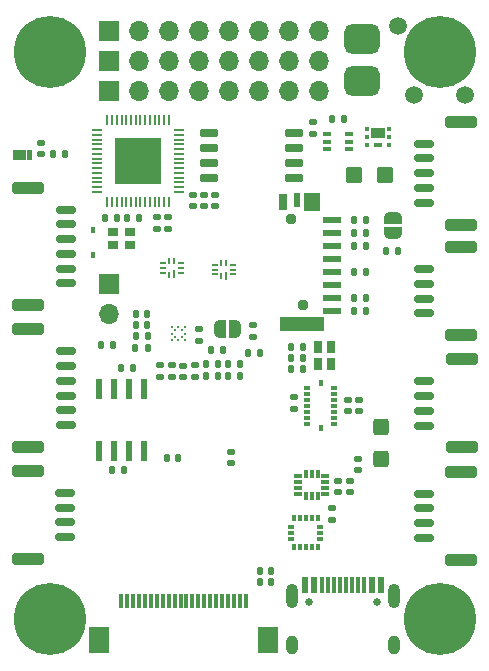
<source format=gbr>
%TF.GenerationSoftware,KiCad,Pcbnew,(6.0.0-0)*%
%TF.CreationDate,2022-02-19T21:54:14+03:00*%
%TF.ProjectId,CopterCat_cm4,436f7074-6572-4436-9174-5f636d342e6b,rev?*%
%TF.SameCoordinates,Original*%
%TF.FileFunction,Soldermask,Bot*%
%TF.FilePolarity,Negative*%
%FSLAX46Y46*%
G04 Gerber Fmt 4.6, Leading zero omitted, Abs format (unit mm)*
G04 Created by KiCad (PCBNEW (6.0.0-0)) date 2022-02-19 21:54:14*
%MOMM*%
%LPD*%
G01*
G04 APERTURE LIST*
G04 Aperture macros list*
%AMRoundRect*
0 Rectangle with rounded corners*
0 $1 Rounding radius*
0 $2 $3 $4 $5 $6 $7 $8 $9 X,Y pos of 4 corners*
0 Add a 4 corners polygon primitive as box body*
4,1,4,$2,$3,$4,$5,$6,$7,$8,$9,$2,$3,0*
0 Add four circle primitives for the rounded corners*
1,1,$1+$1,$2,$3*
1,1,$1+$1,$4,$5*
1,1,$1+$1,$6,$7*
1,1,$1+$1,$8,$9*
0 Add four rect primitives between the rounded corners*
20,1,$1+$1,$2,$3,$4,$5,0*
20,1,$1+$1,$4,$5,$6,$7,0*
20,1,$1+$1,$6,$7,$8,$9,0*
20,1,$1+$1,$8,$9,$2,$3,0*%
%AMFreePoly0*
4,1,22,0.500000,-0.750000,0.000000,-0.750000,0.000000,-0.745033,-0.079941,-0.743568,-0.215256,-0.701293,-0.333266,-0.622738,-0.424486,-0.514219,-0.481581,-0.384460,-0.499164,-0.250000,-0.500000,-0.250000,-0.500000,0.250000,-0.499164,0.250000,-0.499963,0.256109,-0.478152,0.396186,-0.417904,0.524511,-0.324060,0.630769,-0.204165,0.706417,-0.067858,0.745374,0.000000,0.744959,0.000000,0.750000,
0.500000,0.750000,0.500000,-0.750000,0.500000,-0.750000,$1*%
%AMFreePoly1*
4,1,20,0.000000,0.744959,0.073905,0.744508,0.209726,0.703889,0.328688,0.626782,0.421226,0.519385,0.479903,0.390333,0.500000,0.250000,0.500000,-0.250000,0.499851,-0.262216,0.476331,-0.402017,0.414519,-0.529596,0.319384,-0.634700,0.198574,-0.708877,0.061801,-0.746166,0.000000,-0.745033,0.000000,-0.750000,-0.500000,-0.750000,-0.500000,0.750000,0.000000,0.750000,0.000000,0.744959,
0.000000,0.744959,$1*%
G04 Aperture macros list end*
%ADD10C,0.010000*%
%ADD11C,6.100000*%
%ADD12R,1.700000X1.700000*%
%ADD13O,1.700000X1.700000*%
%ADD14RoundRect,0.140000X-0.140000X-0.170000X0.140000X-0.170000X0.140000X0.170000X-0.140000X0.170000X0*%
%ADD15RoundRect,0.140000X-0.170000X0.140000X-0.170000X-0.140000X0.170000X-0.140000X0.170000X0.140000X0*%
%ADD16R,0.225000X0.663000*%
%ADD17R,0.225000X0.563000*%
%ADD18R,0.563000X0.225000*%
%ADD19R,0.425000X0.400000*%
%ADD20R,1.150000X0.950000*%
%ADD21R,0.750000X0.300000*%
%ADD22C,0.200000*%
%ADD23RoundRect,0.150000X-0.700000X0.150000X-0.700000X-0.150000X0.700000X-0.150000X0.700000X0.150000X0*%
%ADD24RoundRect,0.250000X-1.100000X0.250000X-1.100000X-0.250000X1.100000X-0.250000X1.100000X0.250000X0*%
%ADD25RoundRect,0.135000X0.135000X0.185000X-0.135000X0.185000X-0.135000X-0.185000X0.135000X-0.185000X0*%
%ADD26RoundRect,0.135000X-0.135000X-0.185000X0.135000X-0.185000X0.135000X0.185000X-0.135000X0.185000X0*%
%ADD27FreePoly0,0.000000*%
%ADD28FreePoly1,0.000000*%
%ADD29RoundRect,0.140000X0.170000X-0.140000X0.170000X0.140000X-0.170000X0.140000X-0.170000X-0.140000X0*%
%ADD30R,0.809800X0.220000*%
%ADD31R,0.220000X0.809800*%
%ADD32R,4.000000X4.000000*%
%ADD33RoundRect,0.135000X-0.185000X0.135000X-0.185000X-0.135000X0.185000X-0.135000X0.185000X0.135000X0*%
%ADD34RoundRect,0.087500X0.087500X-0.187500X0.087500X0.187500X-0.087500X0.187500X-0.087500X-0.187500X0*%
%ADD35RoundRect,0.087500X0.187500X-0.087500X0.187500X0.087500X-0.187500X0.087500X-0.187500X-0.087500X0*%
%ADD36RoundRect,0.135000X0.185000X-0.135000X0.185000X0.135000X-0.185000X0.135000X-0.185000X-0.135000X0*%
%ADD37R,0.450000X0.600000*%
%ADD38RoundRect,0.140000X0.140000X0.170000X-0.140000X0.170000X-0.140000X-0.170000X0.140000X-0.170000X0*%
%ADD39R,0.800000X1.000000*%
%ADD40C,1.500000*%
%ADD41RoundRect,0.250000X0.450000X0.425000X-0.450000X0.425000X-0.450000X-0.425000X0.450000X-0.425000X0*%
%ADD42RoundRect,0.150000X0.650000X0.150000X-0.650000X0.150000X-0.650000X-0.150000X0.650000X-0.150000X0*%
%ADD43R,0.900000X0.800000*%
%ADD44RoundRect,0.150000X0.700000X-0.150000X0.700000X0.150000X-0.700000X0.150000X-0.700000X-0.150000X0*%
%ADD45RoundRect,0.250000X1.100000X-0.250000X1.100000X0.250000X-1.100000X0.250000X-1.100000X-0.250000X0*%
%ADD46R,0.650000X0.400000*%
%ADD47C,0.950000*%
%ADD48R,3.850000X1.200000*%
%ADD49R,1.450000X1.500000*%
%ADD50R,0.550000X1.150000*%
%ADD51R,0.750000X1.450000*%
%ADD52R,1.650000X0.550000*%
%ADD53RoundRect,0.625000X-0.875000X0.625000X-0.875000X-0.625000X0.875000X-0.625000X0.875000X0.625000X0*%
%ADD54R,0.590000X0.350000*%
%ADD55R,0.350000X0.590000*%
%ADD56C,0.650000*%
%ADD57R,0.600000X1.450000*%
%ADD58R,0.300000X1.450000*%
%ADD59O,1.000000X2.100000*%
%ADD60O,1.000000X1.600000*%
%ADD61RoundRect,0.041300X0.253700X-0.778700X0.253700X0.778700X-0.253700X0.778700X-0.253700X-0.778700X0*%
%ADD62FreePoly0,90.000000*%
%ADD63FreePoly1,90.000000*%
%ADD64RoundRect,0.031500X-0.273500X-0.143500X0.273500X-0.143500X0.273500X0.143500X-0.273500X0.143500X0*%
%ADD65RoundRect,0.031500X-0.143500X-0.273500X0.143500X-0.273500X0.143500X0.273500X-0.143500X0.273500X0*%
%ADD66RoundRect,0.147500X0.147500X0.172500X-0.147500X0.172500X-0.147500X-0.172500X0.147500X-0.172500X0*%
%ADD67R,0.300000X1.300000*%
%ADD68R,1.800000X2.200000*%
%ADD69RoundRect,0.250000X0.425000X-0.450000X0.425000X0.450000X-0.425000X0.450000X-0.425000X-0.450000X0*%
G04 APERTURE END LIST*
D10*
%TO.C,ANT1*%
X208312500Y-93015000D02*
X208912500Y-93015000D01*
X208912500Y-93015000D02*
X208912500Y-92705000D01*
X208912500Y-92705000D02*
X208312500Y-92705000D01*
X208312500Y-92705000D02*
X208312500Y-93015000D01*
G36*
X208912500Y-93015000D02*
G01*
X208312500Y-93015000D01*
X208312500Y-92705000D01*
X208912500Y-92705000D01*
X208912500Y-93015000D01*
G37*
X208912500Y-93015000D02*
X208312500Y-93015000D01*
X208312500Y-92705000D01*
X208912500Y-92705000D01*
X208912500Y-93015000D01*
X209062500Y-93015000D02*
X209377500Y-93015000D01*
X209377500Y-93015000D02*
X209377500Y-92285000D01*
X209377500Y-92285000D02*
X209062500Y-92285000D01*
X209062500Y-92285000D02*
X209062500Y-93015000D01*
G36*
X209377500Y-93015000D02*
G01*
X209062500Y-93015000D01*
X209062500Y-92285000D01*
X209377500Y-92285000D01*
X209377500Y-93015000D01*
G37*
X209377500Y-93015000D02*
X209062500Y-93015000D01*
X209062500Y-92285000D01*
X209377500Y-92285000D01*
X209377500Y-93015000D01*
X208312500Y-92595000D02*
X208912500Y-92595000D01*
X208912500Y-92595000D02*
X208912500Y-92285000D01*
X208912500Y-92285000D02*
X208312500Y-92285000D01*
X208312500Y-92285000D02*
X208312500Y-92595000D01*
G36*
X208912500Y-92595000D02*
G01*
X208312500Y-92595000D01*
X208312500Y-92285000D01*
X208912500Y-92285000D01*
X208912500Y-92595000D01*
G37*
X208912500Y-92595000D02*
X208312500Y-92595000D01*
X208312500Y-92285000D01*
X208912500Y-92285000D01*
X208912500Y-92595000D01*
X207847500Y-93015000D02*
X208162500Y-93015000D01*
X208162500Y-93015000D02*
X208162500Y-92285000D01*
X208162500Y-92285000D02*
X207847500Y-92285000D01*
X207847500Y-92285000D02*
X207847500Y-93015000D01*
G36*
X208162500Y-93015000D02*
G01*
X207847500Y-93015000D01*
X207847500Y-92285000D01*
X208162500Y-92285000D01*
X208162500Y-93015000D01*
G37*
X208162500Y-93015000D02*
X207847500Y-93015000D01*
X207847500Y-92285000D01*
X208162500Y-92285000D01*
X208162500Y-93015000D01*
%TD*%
D11*
%TO.C,U6*%
X211000000Y-84000000D03*
X244000000Y-84000000D03*
X211000000Y-132000000D03*
X244000000Y-132000000D03*
%TD*%
D12*
%TO.C,J4*%
X216000000Y-87280000D03*
D13*
X218540000Y-87280000D03*
X221080000Y-87280000D03*
X223620000Y-87280000D03*
X226160000Y-87280000D03*
X228700000Y-87280000D03*
X231240000Y-87280000D03*
X233780000Y-87280000D03*
%TD*%
D14*
%TO.C,C31*%
X217545000Y-98025000D03*
X218505000Y-98025000D03*
%TD*%
D15*
%TO.C,C34*%
X223145000Y-96070000D03*
X223145000Y-97030000D03*
%TD*%
%TO.C,C32*%
X224075000Y-96070000D03*
X224075000Y-97030000D03*
%TD*%
D16*
%TO.C,U18*%
X225900000Y-102943500D03*
D17*
X225500000Y-102993500D03*
D18*
X224931500Y-102825000D03*
X224931500Y-102425000D03*
X224931500Y-102025000D03*
D17*
X225500000Y-101856500D03*
X225900000Y-101856500D03*
D18*
X226468500Y-102025000D03*
X226468500Y-102425000D03*
X226468500Y-102825000D03*
%TD*%
D19*
%TO.C,Q2*%
X239727500Y-90530000D03*
X239727500Y-91180000D03*
X239727500Y-91830000D03*
X237852500Y-91830000D03*
X237852500Y-91180000D03*
X237852500Y-90530000D03*
D20*
X238790000Y-90855000D03*
D21*
X238790000Y-91830000D03*
%TD*%
D22*
%TO.C,U5*%
X222416000Y-107284000D03*
X221850000Y-107284000D03*
X221284000Y-107284000D03*
X222133000Y-107567000D03*
X221567000Y-107567000D03*
X222416000Y-107850000D03*
X221284000Y-107850000D03*
X222133000Y-108133000D03*
X221567000Y-108133000D03*
X222416000Y-108416000D03*
X221850000Y-108416000D03*
X221284000Y-108416000D03*
%TD*%
D23*
%TO.C,TELEM2*%
X242624600Y-121384400D03*
X242624600Y-122634400D03*
X242624600Y-123884400D03*
X242624600Y-125134400D03*
D24*
X245824600Y-119534400D03*
X245824600Y-126984400D03*
%TD*%
D25*
%TO.C,R4*%
X218060000Y-110750000D03*
X217040000Y-110750000D03*
%TD*%
D26*
%TO.C,R23*%
X224615000Y-109200000D03*
X225635000Y-109200000D03*
%TD*%
D27*
%TO.C,JP1*%
X225400000Y-107450000D03*
D28*
X226700000Y-107450000D03*
%TD*%
D29*
%TO.C,C4*%
X234900000Y-123580000D03*
X234900000Y-122620000D03*
%TD*%
D25*
%TO.C,R1*%
X237733020Y-99350810D03*
X236713020Y-99350810D03*
%TD*%
D30*
%TO.C,U10*%
X215006900Y-95825000D03*
X215006900Y-95425000D03*
X215006900Y-95025000D03*
X215006900Y-94625000D03*
X215006900Y-94225000D03*
X215006900Y-93825000D03*
X215006900Y-93425000D03*
X215006900Y-93025000D03*
X215006900Y-92625000D03*
X215006900Y-92225000D03*
X215006900Y-91825000D03*
X215006900Y-91425000D03*
X215006900Y-91025000D03*
X215006900Y-90625000D03*
D31*
X215852000Y-89779900D03*
X216252000Y-89779900D03*
X216652000Y-89779900D03*
X217052000Y-89779900D03*
X217452000Y-89779900D03*
X217852000Y-89779900D03*
X218252000Y-89779900D03*
X218652000Y-89779900D03*
X219052000Y-89779900D03*
X219452000Y-89779900D03*
X219852000Y-89779900D03*
X220252000Y-89779900D03*
X220652000Y-89779900D03*
X221052000Y-89779900D03*
D30*
X221897100Y-90625000D03*
X221897100Y-91025000D03*
X221897100Y-91425000D03*
X221897100Y-91825000D03*
X221897100Y-92225000D03*
X221897100Y-92625000D03*
X221897100Y-93025000D03*
X221897100Y-93425000D03*
X221897100Y-93825000D03*
X221897100Y-94225000D03*
X221897100Y-94625000D03*
X221897100Y-95025000D03*
X221897100Y-95425000D03*
X221897100Y-95825000D03*
D31*
X221052000Y-96670100D03*
X220652000Y-96670100D03*
X220252000Y-96670100D03*
X219852000Y-96670100D03*
X219452000Y-96670100D03*
X219052000Y-96670100D03*
X218652000Y-96670100D03*
X218252000Y-96670100D03*
X217852000Y-96670100D03*
X217452000Y-96670100D03*
X217052000Y-96670100D03*
X216652000Y-96670100D03*
X216252000Y-96670100D03*
X215852000Y-96670100D03*
D32*
X218452000Y-93225000D03*
%TD*%
D33*
%TO.C,R14*%
X221000000Y-97965000D03*
X221000000Y-98985000D03*
%TD*%
D16*
%TO.C,U14*%
X221500000Y-102793500D03*
D17*
X221100000Y-102843500D03*
D18*
X220531500Y-102675000D03*
X220531500Y-102275000D03*
X220531500Y-101875000D03*
D17*
X221100000Y-101706500D03*
X221500000Y-101706500D03*
D18*
X222068500Y-101875000D03*
X222068500Y-102275000D03*
X222068500Y-102675000D03*
%TD*%
D34*
%TO.C,U2*%
X233650000Y-125925000D03*
X233150000Y-125925000D03*
X232650000Y-125925000D03*
X232150000Y-125925000D03*
X231650000Y-125925000D03*
D35*
X231425000Y-125200000D03*
X231425000Y-124700000D03*
X231425000Y-124200000D03*
D34*
X231650000Y-123475000D03*
X232150000Y-123475000D03*
X232650000Y-123475000D03*
X233150000Y-123475000D03*
X233650000Y-123475000D03*
D35*
X233875000Y-124200000D03*
X233875000Y-124700000D03*
X233875000Y-125200000D03*
%TD*%
D26*
%TO.C,R26*%
X224190000Y-110450000D03*
X225210000Y-110450000D03*
%TD*%
%TO.C,R13*%
X218240000Y-108075000D03*
X219260000Y-108075000D03*
%TD*%
D36*
%TO.C,R45*%
X221325000Y-111510000D03*
X221325000Y-110490000D03*
%TD*%
D37*
%TO.C,D7*%
X214650000Y-101150000D03*
X214650000Y-99050000D03*
%TD*%
D38*
%TO.C,C17*%
X229705000Y-128850000D03*
X228745000Y-128850000D03*
%TD*%
D39*
%TO.C,D1*%
X233725000Y-108950000D03*
X233725000Y-110450000D03*
X234825000Y-110450000D03*
X234825000Y-108950000D03*
%TD*%
D15*
%TO.C,C29*%
X210250000Y-91695000D03*
X210250000Y-92655000D03*
%TD*%
D40*
%TO.C,IO13*%
X241850000Y-87625000D03*
%TD*%
D33*
%TO.C,R24*%
X228225000Y-107090000D03*
X228225000Y-108110000D03*
%TD*%
D41*
%TO.C,C39*%
X239400000Y-94450000D03*
X236700000Y-94450000D03*
%TD*%
D33*
%TO.C,R46*%
X220350000Y-110490000D03*
X220350000Y-111510000D03*
%TD*%
D38*
%TO.C,C1*%
X221855000Y-118350000D03*
X220895000Y-118350000D03*
%TD*%
D15*
%TO.C,C33*%
X224995000Y-96070000D03*
X224995000Y-97030000D03*
%TD*%
D25*
%TO.C,R7*%
X228785000Y-109500000D03*
X227765000Y-109500000D03*
%TD*%
%TO.C,R27*%
X227110000Y-111450000D03*
X226090000Y-111450000D03*
%TD*%
D42*
%TO.C,U11*%
X231625000Y-90820000D03*
X231625000Y-92090000D03*
X231625000Y-93360000D03*
X231625000Y-94630000D03*
X224425000Y-94630000D03*
X224425000Y-93360000D03*
X224425000Y-92090000D03*
X224425000Y-90820000D03*
%TD*%
D26*
%TO.C,R12*%
X234860000Y-89640000D03*
X235880000Y-89640000D03*
%TD*%
D40*
%TO.C,LED1*%
X246175000Y-87625000D03*
%TD*%
D43*
%TO.C,Y4*%
X216350000Y-99275000D03*
X217750000Y-99275000D03*
X217750000Y-100375000D03*
X216350000Y-100375000D03*
%TD*%
D26*
%TO.C,R33*%
X231365000Y-110850000D03*
X232385000Y-110850000D03*
%TD*%
D36*
%TO.C,R41*%
X223575000Y-108460000D03*
X223575000Y-107440000D03*
%TD*%
D26*
%TO.C,R31*%
X231365000Y-108950000D03*
X232385000Y-108950000D03*
%TD*%
D44*
%TO.C,GPS1*%
X212324600Y-115584400D03*
X212324600Y-114334400D03*
X212324600Y-113084400D03*
X212324600Y-111834400D03*
X212324600Y-110584400D03*
X212324600Y-109334400D03*
D45*
X209124600Y-107484400D03*
X209124600Y-117434400D03*
%TD*%
D46*
%TO.C,Q1*%
X234450000Y-92240000D03*
X234450000Y-91590000D03*
X234450000Y-90940000D03*
X236350000Y-90940000D03*
X236350000Y-91590000D03*
X236350000Y-92240000D03*
%TD*%
D47*
%TO.C,U21*%
X232378320Y-105401820D03*
X231377310Y-98102330D03*
D48*
X232323220Y-107051600D03*
D49*
X233171080Y-96700180D03*
D50*
X231875210Y-96528000D03*
D51*
X230720200Y-96675300D03*
D52*
X234898769Y-98252760D03*
X234898769Y-99352760D03*
X234898769Y-100452760D03*
X234898769Y-101552763D03*
X234898769Y-102652762D03*
X234898769Y-103752760D03*
X234898769Y-104852760D03*
X234898769Y-105952760D03*
%TD*%
D15*
%TO.C,C26*%
X237050000Y-118445000D03*
X237050000Y-119405000D03*
%TD*%
D29*
%TO.C,C2*%
X226300000Y-118830000D03*
X226300000Y-117870000D03*
%TD*%
D25*
%TO.C,R5*%
X217260000Y-119350000D03*
X216240000Y-119350000D03*
%TD*%
D12*
%TO.C,J2*%
X216000000Y-82200000D03*
D13*
X218540000Y-82200000D03*
X221080000Y-82200000D03*
X223620000Y-82200000D03*
X226160000Y-82200000D03*
X228700000Y-82200000D03*
X231240000Y-82200000D03*
X233780000Y-82200000D03*
%TD*%
D26*
%TO.C,R6*%
X236713020Y-102650810D03*
X237733020Y-102650810D03*
%TD*%
D25*
%TO.C,R3*%
X216310000Y-108800000D03*
X215290000Y-108800000D03*
%TD*%
D14*
%TO.C,C3*%
X218270000Y-107100000D03*
X219230000Y-107100000D03*
%TD*%
D29*
%TO.C,C36*%
X237175000Y-114430000D03*
X237175000Y-113470000D03*
%TD*%
%TO.C,C13*%
X235400000Y-121280000D03*
X235400000Y-120320000D03*
%TD*%
D53*
%TO.C,J5*%
X237450000Y-82925000D03*
X237450000Y-86425000D03*
%TD*%
D29*
%TO.C,C10*%
X222275000Y-111505000D03*
X222275000Y-110545000D03*
%TD*%
D23*
%TO.C,RC1*%
X242624600Y-91759400D03*
X242624600Y-93009400D03*
X242624600Y-94259400D03*
X242624600Y-95509400D03*
X242624600Y-96759400D03*
D24*
X245824600Y-98609400D03*
X245824600Y-89909400D03*
%TD*%
D25*
%TO.C,R21*%
X237733020Y-98250810D03*
X236713020Y-98250810D03*
%TD*%
%TO.C,R2*%
X237733020Y-100450810D03*
X236713020Y-100450810D03*
%TD*%
D15*
%TO.C,C16*%
X231675000Y-113220000D03*
X231675000Y-114180000D03*
%TD*%
D54*
%TO.C,U17*%
X235065000Y-115450000D03*
X235065000Y-114950000D03*
X235065000Y-114450000D03*
X235065000Y-113950000D03*
X235065000Y-113450000D03*
X235065000Y-112950000D03*
X235065000Y-112450000D03*
D55*
X233900000Y-112035000D03*
D54*
X232735000Y-112450000D03*
X232735000Y-112950000D03*
X232735000Y-113450000D03*
X232735000Y-113950000D03*
X232735000Y-114450000D03*
X232735000Y-114950000D03*
X232735000Y-115450000D03*
D55*
X233900000Y-115865000D03*
%TD*%
D26*
%TO.C,R34*%
X239465000Y-100850000D03*
X240485000Y-100850000D03*
%TD*%
%TO.C,R9*%
X236713020Y-104850810D03*
X237733020Y-104850810D03*
%TD*%
D14*
%TO.C,C18*%
X228745000Y-127900000D03*
X229705000Y-127900000D03*
%TD*%
D26*
%TO.C,R22*%
X218235432Y-109065358D03*
X219255432Y-109065358D03*
%TD*%
D56*
%TO.C,J6*%
X238690000Y-130560000D03*
X232910000Y-130560000D03*
D57*
X239050000Y-129115000D03*
X238250000Y-129115000D03*
D58*
X237050000Y-129115000D03*
X236050000Y-129115000D03*
X235550000Y-129115000D03*
X234550000Y-129115000D03*
D57*
X233350000Y-129115000D03*
X232550000Y-129115000D03*
X232550000Y-129115000D03*
X233350000Y-129115000D03*
D58*
X234050000Y-129115000D03*
X235050000Y-129115000D03*
X236550000Y-129115000D03*
X237550000Y-129115000D03*
D57*
X238250000Y-129115000D03*
X239050000Y-129115000D03*
D59*
X231480000Y-130030000D03*
D60*
X240120000Y-134210000D03*
D59*
X240120000Y-130030000D03*
D60*
X231480000Y-134210000D03*
%TD*%
D23*
%TO.C,LASER1*%
X242650000Y-111875000D03*
X242650000Y-113125000D03*
X242650000Y-114375000D03*
X242650000Y-115625000D03*
D24*
X245850000Y-117475000D03*
X245850000Y-110025000D03*
%TD*%
D44*
%TO.C,I2C1*%
X212300000Y-125075000D03*
X212300000Y-123825000D03*
X212300000Y-122575000D03*
X212300000Y-121325000D03*
D45*
X209100000Y-126925000D03*
X209100000Y-119475000D03*
%TD*%
D14*
%TO.C,C30*%
X215695000Y-98025000D03*
X216655000Y-98025000D03*
%TD*%
D33*
%TO.C,R28*%
X223250000Y-110490000D03*
X223250000Y-111510000D03*
%TD*%
D12*
%TO.C,J3*%
X216000000Y-84740000D03*
D13*
X218540000Y-84740000D03*
X221080000Y-84740000D03*
X223620000Y-84740000D03*
X226160000Y-84740000D03*
X228700000Y-84740000D03*
X231240000Y-84740000D03*
X233780000Y-84740000D03*
%TD*%
D23*
%TO.C,TELEM1*%
X242624600Y-102384400D03*
X242624600Y-103634400D03*
X242624600Y-104884400D03*
X242624600Y-106134400D03*
D24*
X245824600Y-107984400D03*
X245824600Y-100534400D03*
%TD*%
D40*
%TO.C,GND2*%
X240450000Y-81775000D03*
%TD*%
D29*
%TO.C,C15*%
X236200000Y-114430000D03*
X236200000Y-113470000D03*
%TD*%
D25*
%TO.C,R32*%
X232385000Y-109900000D03*
X231365000Y-109900000D03*
%TD*%
D61*
%TO.C,U4*%
X218980000Y-117760000D03*
X217710000Y-117760000D03*
X216440000Y-117760000D03*
X215170000Y-117760000D03*
X215170000Y-112490000D03*
X216440000Y-112490000D03*
X217710000Y-112490000D03*
X218980000Y-112490000D03*
%TD*%
D44*
%TO.C,POWER1*%
X212324600Y-103584400D03*
X212324600Y-102334400D03*
X212324600Y-101084400D03*
X212324600Y-99834400D03*
X212324600Y-98584400D03*
X212324600Y-97334400D03*
D45*
X209124600Y-105434400D03*
X209124600Y-95484400D03*
%TD*%
D36*
%TO.C,R42*%
X220025000Y-98985000D03*
X220025000Y-97965000D03*
%TD*%
D15*
%TO.C,C14*%
X236375000Y-120320000D03*
X236375000Y-121280000D03*
%TD*%
D14*
%TO.C,C5*%
X218270000Y-106150000D03*
X219230000Y-106150000D03*
%TD*%
D12*
%TO.C,J7*%
X215975000Y-103600000D03*
D13*
X215975000Y-106140000D03*
%TD*%
D36*
%TO.C,R40*%
X233230000Y-90930000D03*
X233230000Y-89910000D03*
%TD*%
D62*
%TO.C,JP2*%
X240000000Y-99325000D03*
D63*
X240000000Y-98025000D03*
%TD*%
D64*
%TO.C,U7*%
X231990000Y-121425000D03*
X231990000Y-120925000D03*
X231990000Y-120425000D03*
X231990000Y-119925000D03*
D65*
X232650000Y-119765000D03*
X233150000Y-119765000D03*
X233650000Y-119765000D03*
D64*
X234310000Y-119925000D03*
X234310000Y-120425000D03*
X234310000Y-120925000D03*
X234310000Y-121425000D03*
D65*
X233650000Y-121585000D03*
X233150000Y-121585000D03*
X232650000Y-121585000D03*
%TD*%
D66*
%TO.C,L2*%
X212260000Y-92650000D03*
X211290000Y-92650000D03*
%TD*%
D67*
%TO.C,CAM0*%
X227550000Y-130500000D03*
X227050000Y-130500000D03*
X226550000Y-130500000D03*
X226050000Y-130500000D03*
X225550000Y-130500000D03*
X225050000Y-130500000D03*
X224550000Y-130500000D03*
X224050000Y-130500000D03*
X223550000Y-130500000D03*
X223050000Y-130500000D03*
X222550000Y-130500000D03*
X222050000Y-130500000D03*
X221550000Y-130500000D03*
X221050000Y-130500000D03*
X220550000Y-130500000D03*
X220050000Y-130500000D03*
X219550000Y-130500000D03*
X219050000Y-130500000D03*
X218550000Y-130500000D03*
X218050000Y-130500000D03*
X217550000Y-130500000D03*
X217050000Y-130500000D03*
D68*
X229450000Y-133750000D03*
X215150000Y-133750000D03*
%TD*%
D26*
%TO.C,R25*%
X226090000Y-110450000D03*
X227110000Y-110450000D03*
%TD*%
%TO.C,R10*%
X236713020Y-105950810D03*
X237733020Y-105950810D03*
%TD*%
D69*
%TO.C,C28*%
X239050000Y-118450000D03*
X239050000Y-115750000D03*
%TD*%
D25*
%TO.C,R11*%
X225210000Y-111450000D03*
X224190000Y-111450000D03*
%TD*%
M02*

</source>
